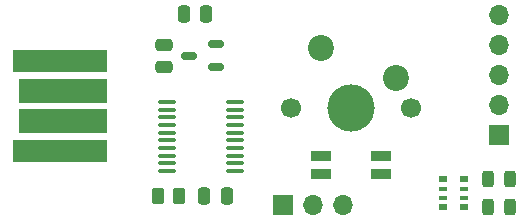
<source format=gbr>
%TF.GenerationSoftware,KiCad,Pcbnew,7.0.8*%
%TF.CreationDate,2024-02-06T14:03:30-06:00*%
%TF.ProjectId,Keeb,4b656562-2e6b-4696-9361-645f70636258,rev?*%
%TF.SameCoordinates,Original*%
%TF.FileFunction,Soldermask,Top*%
%TF.FilePolarity,Negative*%
%FSLAX46Y46*%
G04 Gerber Fmt 4.6, Leading zero omitted, Abs format (unit mm)*
G04 Created by KiCad (PCBNEW 7.0.8) date 2024-02-06 14:03:30*
%MOMM*%
%LPD*%
G01*
G04 APERTURE LIST*
G04 Aperture macros list*
%AMRoundRect*
0 Rectangle with rounded corners*
0 $1 Rounding radius*
0 $2 $3 $4 $5 $6 $7 $8 $9 X,Y pos of 4 corners*
0 Add a 4 corners polygon primitive as box body*
4,1,4,$2,$3,$4,$5,$6,$7,$8,$9,$2,$3,0*
0 Add four circle primitives for the rounded corners*
1,1,$1+$1,$2,$3*
1,1,$1+$1,$4,$5*
1,1,$1+$1,$6,$7*
1,1,$1+$1,$8,$9*
0 Add four rect primitives between the rounded corners*
20,1,$1+$1,$2,$3,$4,$5,0*
20,1,$1+$1,$4,$5,$6,$7,0*
20,1,$1+$1,$6,$7,$8,$9,0*
20,1,$1+$1,$8,$9,$2,$3,0*%
G04 Aperture macros list end*
%ADD10R,1.700000X1.700000*%
%ADD11O,1.700000X1.700000*%
%ADD12R,1.800000X0.820000*%
%ADD13RoundRect,0.150000X0.512500X0.150000X-0.512500X0.150000X-0.512500X-0.150000X0.512500X-0.150000X0*%
%ADD14RoundRect,0.100000X0.637500X0.100000X-0.637500X0.100000X-0.637500X-0.100000X0.637500X-0.100000X0*%
%ADD15C,2.200000*%
%ADD16C,1.700000*%
%ADD17C,4.000000*%
%ADD18R,0.800000X0.500000*%
%ADD19R,0.800000X0.400000*%
%ADD20RoundRect,0.250000X0.262500X0.450000X-0.262500X0.450000X-0.262500X-0.450000X0.262500X-0.450000X0*%
%ADD21R,8.000000X1.900000*%
%ADD22R,7.500000X2.000000*%
%ADD23RoundRect,0.243750X0.243750X0.456250X-0.243750X0.456250X-0.243750X-0.456250X0.243750X-0.456250X0*%
%ADD24RoundRect,0.250000X-0.250000X-0.475000X0.250000X-0.475000X0.250000X0.475000X-0.250000X0.475000X0*%
%ADD25RoundRect,0.250000X0.475000X-0.250000X0.475000X0.250000X-0.475000X0.250000X-0.475000X-0.250000X0*%
%ADD26RoundRect,0.250000X0.250000X0.475000X-0.250000X0.475000X-0.250000X-0.475000X0.250000X-0.475000X0*%
G04 APERTURE END LIST*
D10*
%TO.C,J3*%
X156720000Y-82200000D03*
D11*
X159260000Y-82200000D03*
X161800000Y-82200000D03*
%TD*%
D12*
%TO.C,D5*%
X165000000Y-78065000D03*
X165000000Y-79600000D03*
X159900000Y-79600000D03*
X159900000Y-78065000D03*
%TD*%
D13*
%TO.C,U2*%
X151000000Y-70500000D03*
X151000000Y-68600000D03*
X148725000Y-69550000D03*
%TD*%
D14*
%TO.C,U1*%
X152612500Y-79325000D03*
X152612500Y-78675000D03*
X152612500Y-78025000D03*
X152612500Y-77375000D03*
X152612500Y-76725000D03*
X152612500Y-76075000D03*
X152612500Y-75425000D03*
X152612500Y-74775000D03*
X152612500Y-74125000D03*
X152612500Y-73475000D03*
X146887500Y-73475000D03*
X146887500Y-74125000D03*
X146887500Y-74775000D03*
X146887500Y-75425000D03*
X146887500Y-76075000D03*
X146887500Y-76725000D03*
X146887500Y-77375000D03*
X146887500Y-78025000D03*
X146887500Y-78675000D03*
X146887500Y-79325000D03*
%TD*%
D15*
%TO.C,SW1*%
X166290000Y-71460000D03*
X159940000Y-68920000D03*
D16*
X157400000Y-74000000D03*
X167560000Y-74000000D03*
D17*
X162480000Y-74000000D03*
%TD*%
D18*
%TO.C,RN2*%
X172062500Y-80000000D03*
D19*
X172062500Y-80800000D03*
X172062500Y-81600000D03*
D18*
X172062500Y-82400000D03*
X170262500Y-82400000D03*
D19*
X170262500Y-81600000D03*
X170262500Y-80800000D03*
D18*
X170262500Y-80000000D03*
%TD*%
D20*
%TO.C,R1*%
X147912500Y-81400000D03*
X146087500Y-81400000D03*
%TD*%
D11*
%TO.C,J2*%
X175000000Y-66120000D03*
X175000000Y-68660000D03*
X175000000Y-71200000D03*
X175000000Y-73740000D03*
D10*
X175000000Y-76280000D03*
%TD*%
D21*
%TO.C,J1*%
X137814840Y-77610000D03*
X137814840Y-69990000D03*
D22*
X138064840Y-72500000D03*
X138064840Y-75100000D03*
%TD*%
D23*
%TO.C,D3*%
X174062500Y-80000000D03*
X175937500Y-80000000D03*
%TD*%
%TO.C,D2*%
X174062500Y-82400000D03*
X175937500Y-82400000D03*
%TD*%
D24*
%TO.C,C3*%
X150050000Y-81400000D03*
X151950000Y-81400000D03*
%TD*%
D25*
%TO.C,C2*%
X146600000Y-70550000D03*
X146600000Y-68650000D03*
%TD*%
D26*
%TO.C,C1*%
X150200000Y-66000000D03*
X148300000Y-66000000D03*
%TD*%
M02*

</source>
